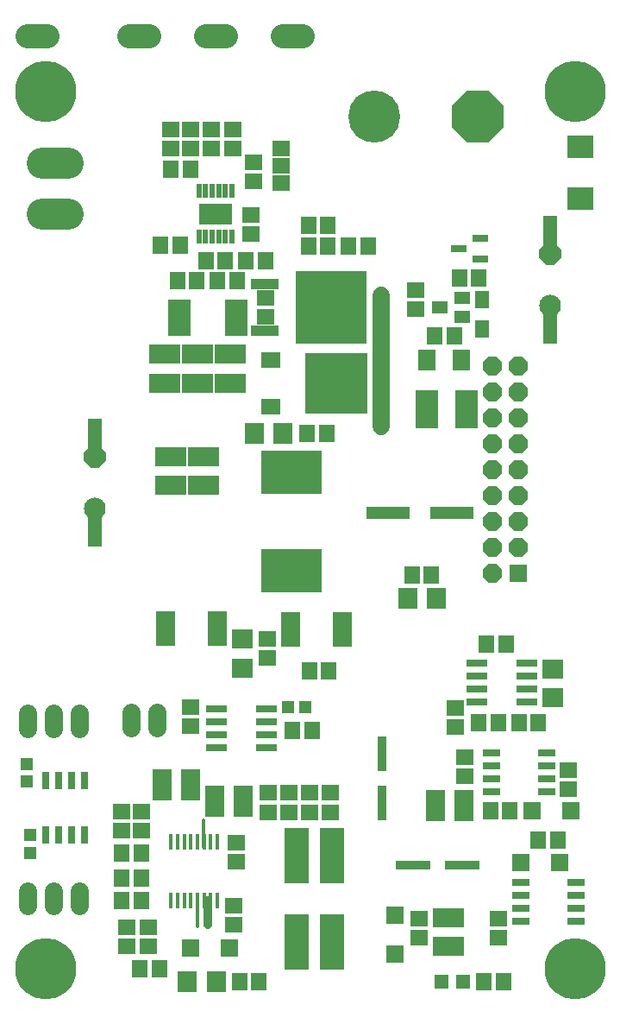
<source format=gts>
G75*
G70*
%OFA0B0*%
%FSLAX24Y24*%
%IPPOS*%
%LPD*%
%AMOC8*
5,1,8,0,0,1.08239X$1,22.5*
%
%ADD10C,0.0120*%
%ADD11C,0.0320*%
%ADD12C,0.0660*%
%ADD13C,0.1200*%
%ADD14C,0.0921*%
%ADD15R,0.0614X0.0693*%
%ADD16R,0.0693X0.0614*%
%ADD17R,0.1189X0.0756*%
%ADD18R,0.0756X0.0836*%
%ADD19R,0.0630X0.0472*%
%ADD20R,0.2365X0.1696*%
%ADD21R,0.0661X0.0819*%
%ADD22R,0.2444X0.2365*%
%ADD23R,0.0772X0.0614*%
%ADD24R,0.0850X0.1402*%
%ADD25R,0.0720X0.1320*%
%ADD26R,0.1054X0.0444*%
%ADD27R,0.2770X0.2850*%
%ADD28R,0.0216X0.0536*%
%ADD29R,0.1298X0.0828*%
%ADD30R,0.0644X0.0264*%
%ADD31R,0.0567X0.0685*%
%ADD32R,0.0898X0.1488*%
%ADD33R,0.0945X0.2126*%
%ADD34R,0.1340X0.0360*%
%ADD35R,0.0360X0.1340*%
%ADD36R,0.0756X0.1189*%
%ADD37R,0.0567X0.0567*%
%ADD38R,0.0661X0.0661*%
%ADD39R,0.0168X0.0588*%
%ADD40R,0.0657X0.0283*%
%ADD41R,0.1008X0.0850*%
%ADD42R,0.0835X0.0756*%
%ADD43R,0.0824X0.0264*%
%ADD44R,0.0564X0.1734*%
%ADD45C,0.0840*%
%ADD46OC8,0.0840*%
%ADD47R,0.1686X0.0516*%
%ADD48R,0.0712X0.0712*%
%ADD49OC8,0.0712*%
%ADD50R,0.0756X0.0835*%
%ADD51C,0.0712*%
%ADD52R,0.0283X0.0657*%
%ADD53R,0.0472X0.0512*%
%ADD54R,0.0512X0.0472*%
%ADD55C,0.2010*%
%ADD56OC8,0.2010*%
%ADD57C,0.2365*%
D10*
X013718Y006106D02*
X013718Y007131D01*
X013968Y009181D02*
X013968Y010206D01*
D11*
X014118Y007106D02*
X014118Y006156D01*
D12*
X020818Y025406D02*
X020818Y030456D01*
D13*
X008738Y033584D02*
X007738Y033584D01*
X007738Y035553D02*
X008738Y035553D01*
D14*
X007931Y040480D02*
X007164Y040480D01*
X011101Y040480D02*
X011868Y040480D01*
X014053Y040480D02*
X014821Y040480D01*
X017006Y040480D02*
X017774Y040480D01*
D15*
X013442Y035331D03*
X012694Y035331D03*
X013042Y032406D03*
X012294Y032406D03*
X012944Y031031D03*
X013692Y031031D03*
X014044Y031806D03*
X014494Y031031D03*
X014792Y031806D03*
X015242Y031031D03*
X015594Y031806D03*
X016342Y031806D03*
X018019Y032381D03*
X018767Y032381D03*
X018767Y033156D03*
X018019Y033156D03*
X019569Y032381D03*
X020317Y032381D03*
X022894Y028906D03*
X023642Y028906D03*
X023844Y031131D03*
X024592Y031131D03*
X018717Y025131D03*
X017969Y025131D03*
X022019Y019681D03*
X022767Y019681D03*
X024894Y017006D03*
X025642Y017006D03*
X025342Y013956D03*
X024594Y013956D03*
X026144Y013956D03*
X026892Y013956D03*
X025792Y010581D03*
X025044Y010581D03*
X026894Y009431D03*
X027642Y009431D03*
X025542Y003981D03*
X024794Y003981D03*
X018142Y013681D03*
X017394Y013681D03*
X018044Y015956D03*
X018792Y015956D03*
X011542Y008931D03*
X010794Y008931D03*
X010794Y007956D03*
X011542Y007956D03*
X011542Y007106D03*
X010794Y007106D03*
X011494Y004456D03*
X012242Y004456D03*
X015344Y003981D03*
X016092Y003981D03*
D16*
X015118Y006157D03*
X015118Y006906D03*
X015218Y008582D03*
X015218Y009331D03*
X016443Y010507D03*
X016443Y011256D03*
X017268Y011256D03*
X017268Y010507D03*
X018068Y010507D03*
X018068Y011256D03*
X018843Y011256D03*
X018843Y010507D03*
X022293Y006406D03*
X022293Y005657D03*
X025343Y005657D03*
X025343Y006406D03*
X028068Y011382D03*
X028068Y012131D03*
X024043Y011882D03*
X024043Y012631D03*
X023693Y013782D03*
X023693Y014531D03*
X016418Y016457D03*
X016418Y017206D03*
X013468Y014581D03*
X013468Y013832D03*
X011568Y010531D03*
X011568Y009782D03*
X010793Y009782D03*
X010793Y010531D03*
X010993Y006081D03*
X010993Y005332D03*
X011818Y005332D03*
X011818Y006081D03*
X016343Y029632D03*
X016343Y030381D03*
X015793Y032832D03*
X015793Y033581D03*
X015893Y034857D03*
X015893Y035606D03*
X015093Y036132D03*
X015093Y036881D03*
X014243Y036881D03*
X014243Y036132D03*
X013468Y036132D03*
X013468Y036881D03*
X012693Y036881D03*
X012693Y036132D03*
X016943Y036126D03*
X016943Y035456D03*
X016943Y034787D03*
X022143Y030681D03*
X022143Y029932D03*
D17*
X014993Y028183D03*
X014993Y027080D03*
X013718Y027080D03*
X013718Y028183D03*
X012443Y028183D03*
X012443Y027080D03*
X012693Y024233D03*
X012693Y023130D03*
X013968Y023130D03*
X013968Y024233D03*
X023418Y006433D03*
X023418Y005330D03*
D18*
X014453Y003981D03*
X013333Y003981D03*
X015908Y025131D03*
X017028Y025131D03*
D19*
X023085Y030006D03*
X023951Y029632D03*
X023951Y030381D03*
D20*
X017368Y023641D03*
X017368Y019822D03*
D21*
X022599Y027956D03*
X023937Y027956D03*
D22*
X019092Y027056D03*
D23*
X016557Y026157D03*
X016557Y027956D03*
D24*
X015220Y029606D03*
X013016Y029606D03*
D25*
X012503Y017606D03*
X014483Y017606D03*
X017328Y017556D03*
X019308Y017556D03*
D26*
X016323Y029106D03*
X016323Y030906D03*
D27*
X018903Y030006D03*
D28*
X015060Y032726D03*
X014804Y032726D03*
X014548Y032726D03*
X014288Y032726D03*
X014032Y032726D03*
X013776Y032726D03*
X013776Y034486D03*
X014032Y034486D03*
X014288Y034486D03*
X014548Y034486D03*
X014804Y034486D03*
X015060Y034486D03*
D29*
X014418Y033606D03*
D30*
X023818Y032256D03*
X024668Y031856D03*
X024668Y032656D03*
D31*
X024718Y030302D03*
X024718Y029161D03*
D32*
X024111Y026081D03*
X022575Y026081D03*
D33*
X018932Y008830D03*
X017554Y008830D03*
X017554Y005483D03*
X018932Y005483D03*
D34*
X022043Y008456D03*
X023943Y008456D03*
D35*
X020868Y010856D03*
X020868Y012756D03*
D36*
X022917Y010756D03*
X024019Y010756D03*
X015494Y010931D03*
X014392Y010931D03*
X013444Y011581D03*
X012342Y011581D03*
D37*
X023155Y003981D03*
X023981Y003981D03*
D38*
X021343Y005033D03*
X021343Y006530D03*
X026220Y008581D03*
X027716Y008581D03*
X028166Y010556D03*
X026670Y010556D03*
X014941Y005281D03*
X013445Y005281D03*
D39*
X013463Y007111D03*
X013213Y007111D03*
X012953Y007111D03*
X012693Y007111D03*
X013723Y007111D03*
X013973Y007111D03*
X014233Y007111D03*
X014493Y007111D03*
X014493Y009351D03*
X014233Y009351D03*
X013973Y009351D03*
X013723Y009351D03*
X013463Y009351D03*
X013213Y009351D03*
X012953Y009351D03*
X012693Y009351D03*
D40*
X025105Y011308D03*
X025105Y011808D03*
X025105Y012308D03*
X025105Y012808D03*
X027231Y012808D03*
X027231Y012308D03*
X027231Y011808D03*
X027231Y011308D03*
X026230Y007805D03*
X026230Y007305D03*
X026230Y006805D03*
X026230Y006305D03*
X028356Y006305D03*
X028356Y006805D03*
X028356Y007305D03*
X028356Y007805D03*
D41*
X028518Y034203D03*
X028518Y036210D03*
D42*
X027443Y016033D03*
X027443Y014930D03*
X015468Y016080D03*
X015468Y017183D03*
D43*
X016388Y014506D03*
X016388Y014006D03*
X016388Y013506D03*
X016388Y013006D03*
X014448Y013006D03*
X014448Y013506D03*
X014448Y014006D03*
X014448Y014506D03*
X024523Y014756D03*
X024523Y015256D03*
X024523Y015756D03*
X024523Y016256D03*
X026463Y016256D03*
X026463Y015756D03*
X026463Y015256D03*
X026463Y014756D03*
D44*
X027368Y029456D03*
X027368Y032656D03*
X009743Y024831D03*
X009743Y021631D03*
D45*
X009743Y022231D03*
X027368Y030056D03*
D46*
X027368Y032056D03*
X009743Y024231D03*
D47*
X021088Y022081D03*
X023548Y022081D03*
D48*
X026118Y019731D03*
D49*
X026118Y020731D03*
X026118Y021731D03*
X026118Y022731D03*
X026118Y023731D03*
X026118Y024731D03*
X026118Y025731D03*
X026118Y026731D03*
X026118Y027731D03*
X025118Y027731D03*
X025118Y026731D03*
X025118Y025731D03*
X025118Y024731D03*
X025118Y023731D03*
X025118Y022731D03*
X025118Y021731D03*
X025118Y020731D03*
X025118Y019731D03*
D50*
X022944Y018781D03*
X021842Y018781D03*
D51*
X007168Y007478D02*
X007168Y006885D01*
X008168Y006885D02*
X008168Y007478D01*
X009168Y007478D02*
X009168Y006885D01*
X009168Y013735D02*
X009168Y014328D01*
X008168Y014328D02*
X008168Y013735D01*
X007168Y013735D02*
X007168Y014328D01*
X011168Y014353D02*
X011168Y013760D01*
X012168Y013760D02*
X012168Y014353D01*
D52*
X009345Y011744D03*
X008845Y011744D03*
X008345Y011744D03*
X007845Y011744D03*
X007845Y009619D03*
X008345Y009619D03*
X008845Y009619D03*
X009345Y009619D03*
D53*
X007243Y009616D03*
X007243Y008947D03*
X007118Y011697D03*
X007118Y012366D03*
D54*
X017233Y014581D03*
X017903Y014581D03*
D55*
X020568Y037356D03*
D56*
X024568Y037356D03*
D57*
X028315Y038315D03*
X007843Y038315D03*
X007843Y004456D03*
X028315Y004456D03*
M02*

</source>
